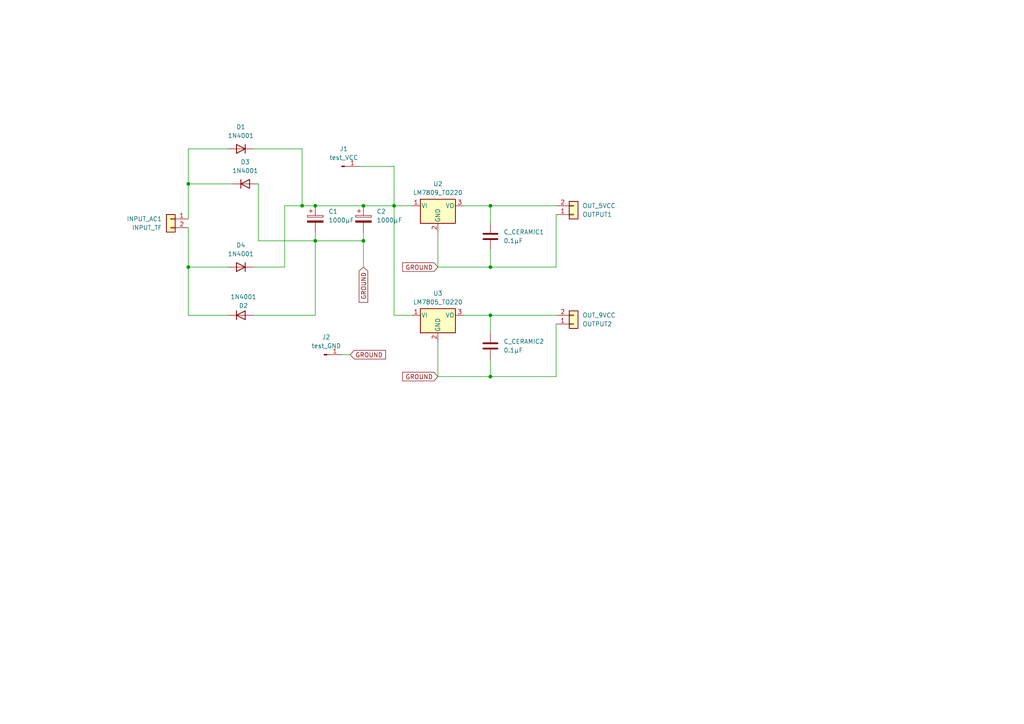
<source format=kicad_sch>
(kicad_sch (version 20231120) (generator "eeschema") (generator_version "8.0")
  (paper "A4")
  (lib_symbols
    (symbol "Connector:Conn_01x01_Pin" (pin_names (offset 1.016) hide)
      (property "Reference" "J" (at 0 2.54 0))
      (property "Value" "Conn_01x01_Pin" (at 0 -2.54 0))
      (symbol "Conn_01x01_Pin_1_1"
        (polyline (pts (xy 1.27 0) (xy 0.8636 0)) (stroke (width 0.1524)))
        (rectangle (start 0.8636 0.127) (end 0 -0.127) (stroke (width 0.1524)) (fill (type outline)))
        (pin passive line (at 5.08 0 180) (length 3.81) (name "Pin_1") (number "1"))
      )
    )
    (symbol "Connector_Generic:Conn_01x02" (pin_names (offset 1.016) hide)
      (property "Reference" "J" (at 0 2.54 0))
      (property "Value" "Conn_01x02" (at 0 -5.08 0))
      (symbol "Conn_01x02_1_1"
        (rectangle (start -1.27 -2.413) (end 0 -2.667) (stroke (width 0.1524)))
        (rectangle (start -1.27 0.127) (end 0 -0.127) (stroke (width 0.1524)))
        (rectangle (start -1.27 1.27) (end 1.27 -3.81) (stroke (width 0.254)) (fill (type background)))
        (pin passive line (at -5.08 0 0) (length 3.81) (name "Pin_1") (number "1"))
        (pin passive line (at -5.08 -2.54 0) (length 3.81) (name "Pin_2") (number "2"))
      )
    )
    (symbol "Device:C" (pin_numbers hide) (pin_names (offset 0.254))
      (property "Reference" "C" (at 0.635 2.54 0))
      (property "Value" "C" (at 0.635 -2.54 0))
      (symbol "C_0_1"
        (polyline (pts (xy -2.032 -0.762) (xy 2.032 -0.762)) (stroke (width 0.508)))
        (polyline (pts (xy -2.032 0.762) (xy 2.032 0.762)) (stroke (width 0.508)))
      )
      (symbol "C_1_1"
        (pin passive line (at 0 3.81 270) (length 2.794) (name "~") (number "1"))
        (pin passive line (at 0 -3.81 90) (length 2.794) (name "~") (number "2"))
      )
    )
    (symbol "Device:C_Polarized" (pin_numbers hide) (pin_names (offset 0.254))
      (property "Reference" "C" (at 0.635 2.54 0))
      (property "Value" "C_Polarized" (at 0.635 -2.54 0))
      (symbol "C_Polarized_0_1"
        (rectangle (start -2.286 0.508) (end 2.286 1.016))
        (polyline (pts (xy -1.778 2.286) (xy -0.762 2.286)))
        (polyline (pts (xy -1.27 2.794) (xy -1.27 1.778)))
        (rectangle (start 2.286 -0.508) (end -2.286 -1.016) (fill (type outline)))
      )
      (symbol "C_Polarized_1_1"
        (pin passive line (at 0 3.81 270) (length 2.794) (name "~") (number "1"))
        (pin passive line (at 0 -3.81 90) (length 2.794) (name "~") (number "2"))
      )
    )
    (symbol "Diode:1N4001" (pin_numbers hide) (pin_names hide)
      (property "Reference" "D" (at 0 2.54 0))
      (property "Value" "1N4001" (at 0 -2.54 0))
      (symbol "1N4001_0_1"
        (polyline (pts (xy -1.27 1.27) (xy -1.27 -1.27)) (stroke (width 0.254)))
        (polyline (pts (xy 1.27 0) (xy -1.27 0)))
        (polyline (pts (xy 1.27 1.27) (xy 1.27 -1.27) (xy -1.27 0) (xy 1.27 1.27)) (stroke (width 0.254)))
      )
      (symbol "1N4001_1_1"
        (pin passive line (at -3.81 0 0) (length 2.54) (name "K") (number "1"))
        (pin passive line (at 3.81 0 180) (length 2.54) (name "A") (number "2"))
      )
    )
    (symbol "Regulator_Linear:LM7805_TO220" (pin_names (offset 0.254))
      (property "Reference" "U" (at -3.81 3.175 0))
      (property "Value" "LM7805_TO220" (at 0 3.175 0))
      (symbol "LM7805_TO220_0_1"
        (rectangle (start -5.08 1.905) (end 5.08 -5.08) (stroke (width 0.254)) (fill (type background)))
      )
      (symbol "LM7805_TO220_1_1"
        (pin power_in line (at -7.62 0 0) (length 2.54) (name "VI") (number "1"))
        (pin power_in line (at 0 -7.62 90) (length 2.54) (name "GND") (number "2"))
        (pin power_out line (at 7.62 0 180) (length 2.54) (name "VO") (number "3"))
      )
    )
    (symbol "Regulator_Linear:LM7809_TO220" (pin_names (offset 0.254))
      (property "Reference" "U" (at -3.81 3.175 0))
      (property "Value" "LM7809_TO220" (at 0 3.175 0))
      (symbol "LM7809_TO220_0_1"
        (rectangle (start -5.08 1.905) (end 5.08 -5.08) (stroke (width 0.254)) (fill (type background)))
      )
      (symbol "LM7809_TO220_1_1"
        (pin power_in line (at -7.62 0 0) (length 2.54) (name "VI") (number "1"))
        (pin power_in line (at 0 -7.62 90) (length 2.54) (name "GND") (number "2"))
        (pin power_out line (at 7.62 0 180) (length 2.54) (name "VO") (number "3"))
      )
    )
  )
  (junction (at 142.24 77.47))
  (junction (at 142.24 109.22))
  (junction (at 114.3 59.69))
  (junction (at 91.44 59.69))
  (junction (at 142.24 91.44))
  (junction (at 91.44 69.85))
  (junction (at 105.41 59.69))
  (junction (at 54.61 77.47))
  (junction (at 54.61 53.34))
  (junction (at 105.41 69.85))
  (junction (at 87.63 59.69))
  (junction (at 142.24 59.69))
  (wire (pts (xy 142.24 109.22) (xy 127 109.22)))
  (wire (pts (xy 105.41 69.85) (xy 105.41 77.47)))
  (wire (pts (xy 119.38 59.69) (xy 114.3 59.69)))
  (wire (pts (xy 142.24 72.39) (xy 142.24 77.47)))
  (wire (pts (xy 54.61 77.47) (xy 66.04 77.47)))
  (wire (pts (xy 66.04 91.44) (xy 54.61 91.44)))
  (wire (pts (xy 101.6 102.87) (xy 99.06 102.87)))
  (wire (pts (xy 73.66 43.18) (xy 87.63 43.18)))
  (wire (pts (xy 82.55 59.69) (xy 87.63 59.69)))
  (wire (pts (xy 114.3 59.69) (xy 114.3 91.44)))
  (wire (pts (xy 127 67.31) (xy 127 77.47)))
  (wire (pts (xy 54.61 43.18) (xy 54.61 53.34)))
  (wire (pts (xy 134.62 59.69) (xy 142.24 59.69)))
  (wire (pts (xy 54.61 53.34) (xy 67.31 53.34)))
  (wire (pts (xy 142.24 59.69) (xy 161.29 59.69)))
  (wire (pts (xy 54.61 77.47) (xy 54.61 91.44)))
  (wire (pts (xy 142.24 77.47) (xy 127 77.47)))
  (wire (pts (xy 54.61 53.34) (xy 54.61 63.5)))
  (wire (pts (xy 142.24 104.14) (xy 142.24 109.22)))
  (wire (pts (xy 91.44 67.31) (xy 91.44 69.85)))
  (wire (pts (xy 134.62 91.44) (xy 142.24 91.44)))
  (wire (pts (xy 73.66 91.44) (xy 91.44 91.44)))
  (wire (pts (xy 127 99.06) (xy 127 109.22)))
  (wire (pts (xy 142.24 109.22) (xy 161.29 109.22)))
  (wire (pts (xy 91.44 59.69) (xy 105.41 59.69)))
  (wire (pts (xy 54.61 66.04) (xy 54.61 77.47)))
  (wire (pts (xy 105.41 67.31) (xy 105.41 69.85)))
  (wire (pts (xy 54.61 43.18) (xy 66.04 43.18)))
  (wire (pts (xy 142.24 91.44) (xy 142.24 96.52)))
  (wire (pts (xy 74.93 53.34) (xy 74.93 69.85)))
  (wire (pts (xy 87.63 59.69) (xy 91.44 59.69)))
  (wire (pts (xy 82.55 77.47) (xy 82.55 59.69)))
  (wire (pts (xy 142.24 91.44) (xy 161.29 91.44)))
  (wire (pts (xy 142.24 59.69) (xy 142.24 64.77)))
  (wire (pts (xy 142.24 77.47) (xy 161.29 77.47)))
  (wire (pts (xy 161.29 93.98) (xy 161.29 109.22)))
  (wire (pts (xy 91.44 91.44) (xy 91.44 69.85)))
  (wire (pts (xy 161.29 62.23) (xy 161.29 77.47)))
  (wire (pts (xy 104.14 48.26) (xy 114.3 48.26)))
  (wire (pts (xy 73.66 77.47) (xy 82.55 77.47)))
  (wire (pts (xy 87.63 43.18) (xy 87.63 59.69)))
  (wire (pts (xy 114.3 59.69) (xy 105.41 59.69)))
  (wire (pts (xy 91.44 69.85) (xy 105.41 69.85)))
  (wire (pts (xy 119.38 91.44) (xy 114.3 91.44)))
  (wire (pts (xy 74.93 69.85) (xy 91.44 69.85)))
  (wire (pts (xy 114.3 48.26) (xy 114.3 59.69)))
  (global_label "GROUND" (shape input) (at 127 109.22 180) (property "Intersheetrefs" "${INTERSHEET_REFS}" (effects (hide yes))))
  (global_label "GROUND" (shape input) (at 105.41 77.47 270) (property "Intersheetrefs" "${INTERSHEET_REFS}" (effects (hide yes))))
  (global_label "GROUND" (shape input) (at 101.6 102.87 0) (property "Intersheetrefs" "${INTERSHEET_REFS}" (effects (hide yes))))
  (global_label "GROUND" (shape input) (at 127 77.47 180) (property "Intersheetrefs" "${INTERSHEET_REFS}" (effects (hide yes))))
  (symbol (lib_id "Connector:Conn_01x01_Pin") (at 93.98 102.87 0) (unit 1)
    (property "Reference" "J2" (at 94.615 97.79 0))
    (property "Value" "test_GND" (at 94.615 100.33 0))
    (property "Footprint" "Connector_PinHeader_2.54mm:PinHeader_1x01_P2.54mm_Vertical" (effects (hide yes)))
    (property "Description" "Generic connector, single row, 01x01, script generated" (effects (hide yes)))
  )
  (symbol (lib_id "Connector_Generic:Conn_01x02") (at 49.53 63.5 0) (mirror y) (unit 1)
    (property "Reference" "INPUT_AC1" (at 46.99 63.4999 0) (effects (justify left)))
    (property "Value" "INPUT_TF" (at 46.99 66.0399 0) (effects (justify left)))
    (property "Footprint" "TerminalBlock_MetzConnect:TerminalBlock_MetzConnect_Type094_RT03502HBLU_1x02_P5.00mm_Horizontal" (effects (hide yes)))
    (property "Description" "Generic connector, single row, 01x02, script generated (kicad-library-utils/schlib/autogen/connector/)" (effects (hide yes)))
  )
  (symbol (lib_id "Device:C_Polarized") (at 91.44 63.5 0) (unit 1)
    (property "Reference" "C1" (at 95.25 61.3409 0) (effects (justify left)))
    (property "Value" "1000μF" (at 95.25 63.8809 0) (effects (justify left)))
    (property "Footprint" "Capacitor_THT:CP_Radial_D13.0mm_P7.50mm" (effects (hide yes)))
    (property "Description" "Polarized capacitor" (effects (hide yes)))
    (property "Sim.Device" "C" (effects (hide yes)))
    (property "Sim.Pins" "1=+ 2=-" (effects (hide yes)))
  )
  (symbol (lib_id "Diode:1N4001") (at 69.85 77.47 180) (unit 1)
    (property "Reference" "D4" (at 69.85 71.12 0))
    (property "Value" "1N4001" (at 69.85 73.66 0))
    (property "Footprint" "Diode_THT:D_DO-41_SOD81_P10.16mm_Horizontal" (effects (hide yes)))
    (property "Datasheet" "http://www.vishay.com/docs/88503/1n4001.pdf" (effects (hide yes)))
    (property "Sim.Device" "D" (effects (hide yes)))
    (property "Sim.Pins" "1=K 2=A" (effects (hide yes)))
  )
  (symbol (lib_id "Device:C_Polarized") (at 105.41 63.5 0) (unit 1)
    (property "Reference" "C2" (at 109.22 61.3409 0) (effects (justify left)))
    (property "Value" "1000μF" (at 109.22 63.8809 0) (effects (justify left)))
    (property "Footprint" "Capacitor_THT:CP_Radial_D13.0mm_P7.50mm" (effects (hide yes)))
    (property "Description" "Polarized capacitor" (effects (hide yes)))
  )
  (symbol (lib_id "Diode:1N4001") (at 69.85 43.18 180) (unit 1)
    (property "Reference" "D1" (at 69.85 36.83 0))
    (property "Value" "1N4001" (at 69.85 39.37 0))
    (property "Footprint" "Diode_THT:D_DO-41_SOD81_P10.16mm_Horizontal" (effects (hide yes)))
    (property "Datasheet" "http://www.vishay.com/docs/88503/1n4001.pdf" (effects (hide yes)))
    (property "Sim.Device" "D" (effects (hide yes)))
    (property "Sim.Pins" "1=K 2=A" (effects (hide yes)))
  )
  (symbol (lib_id "Diode:1N4001") (at 71.12 53.34 0) (unit 1)
    (property "Reference" "D3" (at 71.12 46.99 0))
    (property "Value" "1N4001" (at 71.12 49.53 0))
    (property "Footprint" "Diode_THT:D_DO-41_SOD81_P10.16mm_Horizontal" (effects (hide yes)))
    (property "Datasheet" "http://www.vishay.com/docs/88503/1n4001.pdf" (effects (hide yes)))
    (property "Sim.Device" "D" (effects (hide yes)))
    (property "Sim.Pins" "1=K 2=A" (effects (hide yes)))
  )
  (symbol (lib_id "Regulator_Linear:LM7805_TO220") (at 127 91.44 0) (unit 1)
    (property "Reference" "U3" (at 127 85.09 0))
    (property "Value" "LM7805_TO220" (at 127 87.63 0))
    (property "Footprint" "Package_TO_SOT_THT:TO-220-3_Vertical" (effects (hide yes)))
    (property "Datasheet" "https://www.onsemi.cn/PowerSolutions/document/MC7800-D.PDF" (effects (hide yes)))
    (property "Description" "Positive 1A 35V Linear Regulator, Fixed Output 5V, TO-220" (effects (hide yes)))
  )
  (symbol (lib_id "Device:C") (at 142.24 100.33 0) (unit 1)
    (property "Reference" "C_CERAMIC2" (at 146.05 99.0599 0) (effects (justify left)))
    (property "Value" "0.1μF" (at 146.05 101.5999 0) (effects (justify left)))
    (property "Footprint" "Capacitor_THT:C_Disc_D7.5mm_W2.5mm_P5.00mm" (effects (hide yes)))
    (property "Description" "Unpolarized capacitor" (effects (hide yes)))
  )
  (symbol (lib_id "Connector_Generic:Conn_01x02") (at 166.37 93.98 0) (mirror x) (unit 1)
    (property "Reference" "OUTPUT2" (at 168.91 93.9801 0) (effects (justify left)))
    (property "Value" "OUT_9VCC" (at 168.91 91.4401 0) (effects (justify left)))
    (property "Footprint" "TerminalBlock_MetzConnect:TerminalBlock_MetzConnect_Type094_RT03502HBLU_1x02_P5.00mm_Horizontal" (effects (hide yes)))
    (property "Description" "Generic connector, single row, 01x02, script generated (kicad-library-utils/schlib/autogen/connector/)" (effects (hide yes)))
    (property "Sim.Device" "R" (effects (hide yes)))
    (property "Sim.Pins" "1=+ 2=-" (effects (hide yes)))
    (property "Sim.Params" "r=220" (effects (hide yes)))
  )
  (symbol (lib_id "Device:C") (at 142.24 68.58 0) (unit 1)
    (property "Reference" "C_CERAMIC1" (at 146.05 67.3099 0) (effects (justify left)))
    (property "Value" "0.1μF" (at 146.05 69.8499 0) (effects (justify left)))
    (property "Footprint" "Capacitor_THT:C_Disc_D7.5mm_W2.5mm_P5.00mm" (effects (hide yes)))
    (property "Description" "Unpolarized capacitor" (effects (hide yes)))
  )
  (symbol (lib_id "Regulator_Linear:LM7809_TO220") (at 127 59.69 0) (unit 1)
    (property "Reference" "U2" (at 127 53.34 0))
    (property "Value" "LM7809_TO220" (at 127 55.88 0))
    (property "Footprint" "Package_TO_SOT_THT:TO-220-3_Vertical" (effects (hide yes)))
    (property "Datasheet" "https://www.onsemi.cn/PowerSolutions/document/MC7800-D.PDF" (effects (hide yes)))
    (property "Description" "Positive 1A 35V Linear Regulator, Fixed Output 9V, TO-220" (effects (hide yes)))
  )
  (symbol (lib_id "Connector_Generic:Conn_01x02") (at 166.37 62.23 0) (mirror x) (unit 1)
    (property "Reference" "OUTPUT1" (at 168.91 62.2301 0) (effects (justify left)))
    (property "Value" "OUT_5VCC" (at 168.91 59.6901 0) (effects (justify left)))
    (property "Footprint" "TerminalBlock_MetzConnect:TerminalBlock_MetzConnect_Type094_RT03502HBLU_1x02_P5.00mm_Horizontal" (effects (hide yes)))
    (property "Description" "Generic connector, single row, 01x02, script generated (kicad-library-utils/schlib/autogen/connector/)" (effects (hide yes)))
    (property "Sim.Device" "R" (effects (hide yes)))
    (property "Sim.Pins" "1=+ 2=-" (effects (hide yes)))
    (property "Sim.Params" "r=220" (effects (hide yes)))
  )
  (symbol (lib_id "Diode:1N4001") (at 69.85 91.44 0) (unit 1)
    (property "Reference" "D2" (at 70.612 88.646 0))
    (property "Value" "1N4001" (at 70.612 86.106 0))
    (property "Footprint" "Diode_THT:D_DO-41_SOD81_P10.16mm_Horizontal" (effects (hide yes)))
    (property "Datasheet" "http://www.vishay.com/docs/88503/1n4001.pdf" (effects (hide yes)))
    (property "Sim.Device" "D" (effects (hide yes)))
    (property "Sim.Pins" "1=K 2=A" (effects (hide yes)))
  )
  (symbol (lib_id "Connector:Conn_01x01_Pin") (at 99.06 48.26 0) (unit 1)
    (property "Reference" "J1" (at 99.695 43.18 0))
    (property "Value" "test_VCC" (at 99.695 45.72 0))
    (property "Footprint" "Connector_PinHeader_2.54mm:PinHeader_1x01_P2.54mm_Vertical" (effects (hide yes)))
    (property "Description" "Generic connector, single row, 01x01, script generated" (effects (hide yes)))
  )
)
</source>
